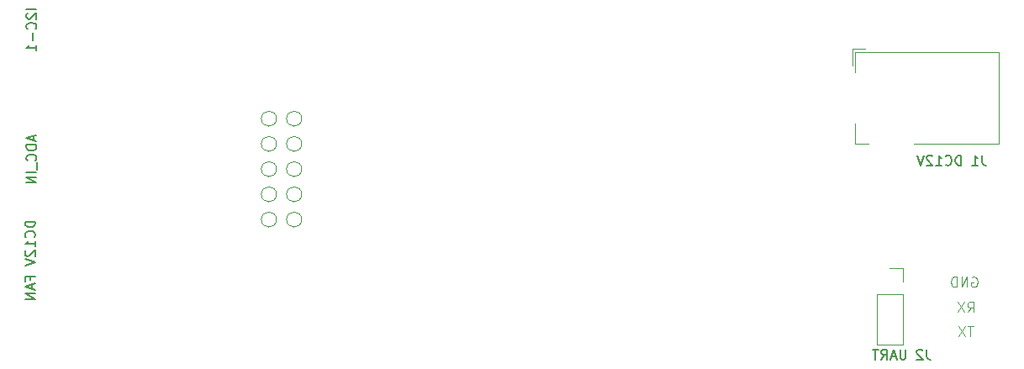
<source format=gbr>
%TF.GenerationSoftware,KiCad,Pcbnew,8.0.9-8.0.9-0~ubuntu22.04.1*%
%TF.CreationDate,2025-03-09T15:02:26+09:00*%
%TF.ProjectId,M302N,4d333032-4e2e-46b6-9963-61645f706362,rev?*%
%TF.SameCoordinates,Original*%
%TF.FileFunction,Legend,Bot*%
%TF.FilePolarity,Positive*%
%FSLAX46Y46*%
G04 Gerber Fmt 4.6, Leading zero omitted, Abs format (unit mm)*
G04 Created by KiCad (PCBNEW 8.0.9-8.0.9-0~ubuntu22.04.1) date 2025-03-09 15:02:26*
%MOMM*%
%LPD*%
G01*
G04 APERTURE LIST*
%ADD10C,0.120000*%
%ADD11C,0.150000*%
G04 APERTURE END LIST*
D10*
X166878529Y-98931379D02*
X167211862Y-98455188D01*
X167449957Y-98931379D02*
X167449957Y-97931379D01*
X167449957Y-97931379D02*
X167069005Y-97931379D01*
X167069005Y-97931379D02*
X166973767Y-97978998D01*
X166973767Y-97978998D02*
X166926148Y-98026617D01*
X166926148Y-98026617D02*
X166878529Y-98121855D01*
X166878529Y-98121855D02*
X166878529Y-98264712D01*
X166878529Y-98264712D02*
X166926148Y-98359950D01*
X166926148Y-98359950D02*
X166973767Y-98407569D01*
X166973767Y-98407569D02*
X167069005Y-98455188D01*
X167069005Y-98455188D02*
X167449957Y-98455188D01*
X166545195Y-97931379D02*
X165878529Y-98931379D01*
X165878529Y-97931379D02*
X166545195Y-98931379D01*
X167465814Y-100344379D02*
X166894386Y-100344379D01*
X167180100Y-101344379D02*
X167180100Y-100344379D01*
X166656290Y-100344379D02*
X165989624Y-101344379D01*
X165989624Y-100344379D02*
X166656290Y-101344379D01*
X167307148Y-95438998D02*
X167402386Y-95391379D01*
X167402386Y-95391379D02*
X167545243Y-95391379D01*
X167545243Y-95391379D02*
X167688100Y-95438998D01*
X167688100Y-95438998D02*
X167783338Y-95534236D01*
X167783338Y-95534236D02*
X167830957Y-95629474D01*
X167830957Y-95629474D02*
X167878576Y-95819950D01*
X167878576Y-95819950D02*
X167878576Y-95962807D01*
X167878576Y-95962807D02*
X167830957Y-96153283D01*
X167830957Y-96153283D02*
X167783338Y-96248521D01*
X167783338Y-96248521D02*
X167688100Y-96343760D01*
X167688100Y-96343760D02*
X167545243Y-96391379D01*
X167545243Y-96391379D02*
X167450005Y-96391379D01*
X167450005Y-96391379D02*
X167307148Y-96343760D01*
X167307148Y-96343760D02*
X167259529Y-96296140D01*
X167259529Y-96296140D02*
X167259529Y-95962807D01*
X167259529Y-95962807D02*
X167450005Y-95962807D01*
X166830957Y-96391379D02*
X166830957Y-95391379D01*
X166830957Y-95391379D02*
X166259529Y-96391379D01*
X166259529Y-96391379D02*
X166259529Y-95391379D01*
X165783338Y-96391379D02*
X165783338Y-95391379D01*
X165783338Y-95391379D02*
X165545243Y-95391379D01*
X165545243Y-95391379D02*
X165402386Y-95438998D01*
X165402386Y-95438998D02*
X165307148Y-95534236D01*
X165307148Y-95534236D02*
X165259529Y-95629474D01*
X165259529Y-95629474D02*
X165211910Y-95819950D01*
X165211910Y-95819950D02*
X165211910Y-95962807D01*
X165211910Y-95962807D02*
X165259529Y-96153283D01*
X165259529Y-96153283D02*
X165307148Y-96248521D01*
X165307148Y-96248521D02*
X165402386Y-96343760D01*
X165402386Y-96343760D02*
X165545243Y-96391379D01*
X165545243Y-96391379D02*
X165783338Y-96391379D01*
D11*
X72971819Y-89821238D02*
X71971819Y-89821238D01*
X71971819Y-89821238D02*
X71971819Y-90059333D01*
X71971819Y-90059333D02*
X72019438Y-90202190D01*
X72019438Y-90202190D02*
X72114676Y-90297428D01*
X72114676Y-90297428D02*
X72209914Y-90345047D01*
X72209914Y-90345047D02*
X72400390Y-90392666D01*
X72400390Y-90392666D02*
X72543247Y-90392666D01*
X72543247Y-90392666D02*
X72733723Y-90345047D01*
X72733723Y-90345047D02*
X72828961Y-90297428D01*
X72828961Y-90297428D02*
X72924200Y-90202190D01*
X72924200Y-90202190D02*
X72971819Y-90059333D01*
X72971819Y-90059333D02*
X72971819Y-89821238D01*
X72876580Y-91392666D02*
X72924200Y-91345047D01*
X72924200Y-91345047D02*
X72971819Y-91202190D01*
X72971819Y-91202190D02*
X72971819Y-91106952D01*
X72971819Y-91106952D02*
X72924200Y-90964095D01*
X72924200Y-90964095D02*
X72828961Y-90868857D01*
X72828961Y-90868857D02*
X72733723Y-90821238D01*
X72733723Y-90821238D02*
X72543247Y-90773619D01*
X72543247Y-90773619D02*
X72400390Y-90773619D01*
X72400390Y-90773619D02*
X72209914Y-90821238D01*
X72209914Y-90821238D02*
X72114676Y-90868857D01*
X72114676Y-90868857D02*
X72019438Y-90964095D01*
X72019438Y-90964095D02*
X71971819Y-91106952D01*
X71971819Y-91106952D02*
X71971819Y-91202190D01*
X71971819Y-91202190D02*
X72019438Y-91345047D01*
X72019438Y-91345047D02*
X72067057Y-91392666D01*
X72971819Y-92345047D02*
X72971819Y-91773619D01*
X72971819Y-92059333D02*
X71971819Y-92059333D01*
X71971819Y-92059333D02*
X72114676Y-91964095D01*
X72114676Y-91964095D02*
X72209914Y-91868857D01*
X72209914Y-91868857D02*
X72257533Y-91773619D01*
X72067057Y-92726000D02*
X72019438Y-92773619D01*
X72019438Y-92773619D02*
X71971819Y-92868857D01*
X71971819Y-92868857D02*
X71971819Y-93106952D01*
X71971819Y-93106952D02*
X72019438Y-93202190D01*
X72019438Y-93202190D02*
X72067057Y-93249809D01*
X72067057Y-93249809D02*
X72162295Y-93297428D01*
X72162295Y-93297428D02*
X72257533Y-93297428D01*
X72257533Y-93297428D02*
X72400390Y-93249809D01*
X72400390Y-93249809D02*
X72971819Y-92678381D01*
X72971819Y-92678381D02*
X72971819Y-93297428D01*
X71971819Y-93583143D02*
X72971819Y-93916476D01*
X72971819Y-93916476D02*
X71971819Y-94249809D01*
X72448009Y-95678381D02*
X72448009Y-95345048D01*
X72971819Y-95345048D02*
X71971819Y-95345048D01*
X71971819Y-95345048D02*
X71971819Y-95821238D01*
X72686104Y-96154572D02*
X72686104Y-96630762D01*
X72971819Y-96059334D02*
X71971819Y-96392667D01*
X71971819Y-96392667D02*
X72971819Y-96726000D01*
X72971819Y-97059334D02*
X71971819Y-97059334D01*
X71971819Y-97059334D02*
X72971819Y-97630762D01*
X72971819Y-97630762D02*
X71971819Y-97630762D01*
X73098819Y-68413572D02*
X72098819Y-68413572D01*
X72194057Y-68842143D02*
X72146438Y-68889762D01*
X72146438Y-68889762D02*
X72098819Y-68985000D01*
X72098819Y-68985000D02*
X72098819Y-69223095D01*
X72098819Y-69223095D02*
X72146438Y-69318333D01*
X72146438Y-69318333D02*
X72194057Y-69365952D01*
X72194057Y-69365952D02*
X72289295Y-69413571D01*
X72289295Y-69413571D02*
X72384533Y-69413571D01*
X72384533Y-69413571D02*
X72527390Y-69365952D01*
X72527390Y-69365952D02*
X73098819Y-68794524D01*
X73098819Y-68794524D02*
X73098819Y-69413571D01*
X73003580Y-70413571D02*
X73051200Y-70365952D01*
X73051200Y-70365952D02*
X73098819Y-70223095D01*
X73098819Y-70223095D02*
X73098819Y-70127857D01*
X73098819Y-70127857D02*
X73051200Y-69985000D01*
X73051200Y-69985000D02*
X72955961Y-69889762D01*
X72955961Y-69889762D02*
X72860723Y-69842143D01*
X72860723Y-69842143D02*
X72670247Y-69794524D01*
X72670247Y-69794524D02*
X72527390Y-69794524D01*
X72527390Y-69794524D02*
X72336914Y-69842143D01*
X72336914Y-69842143D02*
X72241676Y-69889762D01*
X72241676Y-69889762D02*
X72146438Y-69985000D01*
X72146438Y-69985000D02*
X72098819Y-70127857D01*
X72098819Y-70127857D02*
X72098819Y-70223095D01*
X72098819Y-70223095D02*
X72146438Y-70365952D01*
X72146438Y-70365952D02*
X72194057Y-70413571D01*
X72717866Y-70842143D02*
X72717866Y-71604048D01*
X73098819Y-72604047D02*
X73098819Y-72032619D01*
X73098819Y-72318333D02*
X72098819Y-72318333D01*
X72098819Y-72318333D02*
X72241676Y-72223095D01*
X72241676Y-72223095D02*
X72336914Y-72127857D01*
X72336914Y-72127857D02*
X72384533Y-72032619D01*
X72813104Y-81185048D02*
X72813104Y-81661238D01*
X73098819Y-81089810D02*
X72098819Y-81423143D01*
X72098819Y-81423143D02*
X73098819Y-81756476D01*
X73098819Y-82089810D02*
X72098819Y-82089810D01*
X72098819Y-82089810D02*
X72098819Y-82327905D01*
X72098819Y-82327905D02*
X72146438Y-82470762D01*
X72146438Y-82470762D02*
X72241676Y-82566000D01*
X72241676Y-82566000D02*
X72336914Y-82613619D01*
X72336914Y-82613619D02*
X72527390Y-82661238D01*
X72527390Y-82661238D02*
X72670247Y-82661238D01*
X72670247Y-82661238D02*
X72860723Y-82613619D01*
X72860723Y-82613619D02*
X72955961Y-82566000D01*
X72955961Y-82566000D02*
X73051200Y-82470762D01*
X73051200Y-82470762D02*
X73098819Y-82327905D01*
X73098819Y-82327905D02*
X73098819Y-82089810D01*
X73003580Y-83661238D02*
X73051200Y-83613619D01*
X73051200Y-83613619D02*
X73098819Y-83470762D01*
X73098819Y-83470762D02*
X73098819Y-83375524D01*
X73098819Y-83375524D02*
X73051200Y-83232667D01*
X73051200Y-83232667D02*
X72955961Y-83137429D01*
X72955961Y-83137429D02*
X72860723Y-83089810D01*
X72860723Y-83089810D02*
X72670247Y-83042191D01*
X72670247Y-83042191D02*
X72527390Y-83042191D01*
X72527390Y-83042191D02*
X72336914Y-83089810D01*
X72336914Y-83089810D02*
X72241676Y-83137429D01*
X72241676Y-83137429D02*
X72146438Y-83232667D01*
X72146438Y-83232667D02*
X72098819Y-83375524D01*
X72098819Y-83375524D02*
X72098819Y-83470762D01*
X72098819Y-83470762D02*
X72146438Y-83613619D01*
X72146438Y-83613619D02*
X72194057Y-83661238D01*
X73194057Y-83851715D02*
X73194057Y-84613619D01*
X73098819Y-84851715D02*
X72098819Y-84851715D01*
X73098819Y-85327905D02*
X72098819Y-85327905D01*
X72098819Y-85327905D02*
X73098819Y-85899333D01*
X73098819Y-85899333D02*
X72098819Y-85899333D01*
X168354333Y-83147819D02*
X168354333Y-83862104D01*
X168354333Y-83862104D02*
X168401952Y-84004961D01*
X168401952Y-84004961D02*
X168497190Y-84100200D01*
X168497190Y-84100200D02*
X168640047Y-84147819D01*
X168640047Y-84147819D02*
X168735285Y-84147819D01*
X167354333Y-84147819D02*
X167925761Y-84147819D01*
X167640047Y-84147819D02*
X167640047Y-83147819D01*
X167640047Y-83147819D02*
X167735285Y-83290676D01*
X167735285Y-83290676D02*
X167830523Y-83385914D01*
X167830523Y-83385914D02*
X167925761Y-83433533D01*
X166226856Y-84147819D02*
X166226856Y-83147819D01*
X166226856Y-83147819D02*
X165988761Y-83147819D01*
X165988761Y-83147819D02*
X165845904Y-83195438D01*
X165845904Y-83195438D02*
X165750666Y-83290676D01*
X165750666Y-83290676D02*
X165703047Y-83385914D01*
X165703047Y-83385914D02*
X165655428Y-83576390D01*
X165655428Y-83576390D02*
X165655428Y-83719247D01*
X165655428Y-83719247D02*
X165703047Y-83909723D01*
X165703047Y-83909723D02*
X165750666Y-84004961D01*
X165750666Y-84004961D02*
X165845904Y-84100200D01*
X165845904Y-84100200D02*
X165988761Y-84147819D01*
X165988761Y-84147819D02*
X166226856Y-84147819D01*
X164655428Y-84052580D02*
X164703047Y-84100200D01*
X164703047Y-84100200D02*
X164845904Y-84147819D01*
X164845904Y-84147819D02*
X164941142Y-84147819D01*
X164941142Y-84147819D02*
X165083999Y-84100200D01*
X165083999Y-84100200D02*
X165179237Y-84004961D01*
X165179237Y-84004961D02*
X165226856Y-83909723D01*
X165226856Y-83909723D02*
X165274475Y-83719247D01*
X165274475Y-83719247D02*
X165274475Y-83576390D01*
X165274475Y-83576390D02*
X165226856Y-83385914D01*
X165226856Y-83385914D02*
X165179237Y-83290676D01*
X165179237Y-83290676D02*
X165083999Y-83195438D01*
X165083999Y-83195438D02*
X164941142Y-83147819D01*
X164941142Y-83147819D02*
X164845904Y-83147819D01*
X164845904Y-83147819D02*
X164703047Y-83195438D01*
X164703047Y-83195438D02*
X164655428Y-83243057D01*
X163703047Y-84147819D02*
X164274475Y-84147819D01*
X163988761Y-84147819D02*
X163988761Y-83147819D01*
X163988761Y-83147819D02*
X164083999Y-83290676D01*
X164083999Y-83290676D02*
X164179237Y-83385914D01*
X164179237Y-83385914D02*
X164274475Y-83433533D01*
X163322094Y-83243057D02*
X163274475Y-83195438D01*
X163274475Y-83195438D02*
X163179237Y-83147819D01*
X163179237Y-83147819D02*
X162941142Y-83147819D01*
X162941142Y-83147819D02*
X162845904Y-83195438D01*
X162845904Y-83195438D02*
X162798285Y-83243057D01*
X162798285Y-83243057D02*
X162750666Y-83338295D01*
X162750666Y-83338295D02*
X162750666Y-83433533D01*
X162750666Y-83433533D02*
X162798285Y-83576390D01*
X162798285Y-83576390D02*
X163369713Y-84147819D01*
X163369713Y-84147819D02*
X162750666Y-84147819D01*
X162464951Y-83147819D02*
X162131618Y-84147819D01*
X162131618Y-84147819D02*
X161798285Y-83147819D01*
X162766333Y-102705819D02*
X162766333Y-103420104D01*
X162766333Y-103420104D02*
X162813952Y-103562961D01*
X162813952Y-103562961D02*
X162909190Y-103658200D01*
X162909190Y-103658200D02*
X163052047Y-103705819D01*
X163052047Y-103705819D02*
X163147285Y-103705819D01*
X162337761Y-102801057D02*
X162290142Y-102753438D01*
X162290142Y-102753438D02*
X162194904Y-102705819D01*
X162194904Y-102705819D02*
X161956809Y-102705819D01*
X161956809Y-102705819D02*
X161861571Y-102753438D01*
X161861571Y-102753438D02*
X161813952Y-102801057D01*
X161813952Y-102801057D02*
X161766333Y-102896295D01*
X161766333Y-102896295D02*
X161766333Y-102991533D01*
X161766333Y-102991533D02*
X161813952Y-103134390D01*
X161813952Y-103134390D02*
X162385380Y-103705819D01*
X162385380Y-103705819D02*
X161766333Y-103705819D01*
X160650037Y-102699019D02*
X160650037Y-103508542D01*
X160650037Y-103508542D02*
X160602418Y-103603780D01*
X160602418Y-103603780D02*
X160554799Y-103651400D01*
X160554799Y-103651400D02*
X160459561Y-103699019D01*
X160459561Y-103699019D02*
X160269085Y-103699019D01*
X160269085Y-103699019D02*
X160173847Y-103651400D01*
X160173847Y-103651400D02*
X160126228Y-103603780D01*
X160126228Y-103603780D02*
X160078609Y-103508542D01*
X160078609Y-103508542D02*
X160078609Y-102699019D01*
X159650037Y-103413304D02*
X159173847Y-103413304D01*
X159745275Y-103699019D02*
X159411942Y-102699019D01*
X159411942Y-102699019D02*
X159078609Y-103699019D01*
X158173847Y-103699019D02*
X158507180Y-103222828D01*
X158745275Y-103699019D02*
X158745275Y-102699019D01*
X158745275Y-102699019D02*
X158364323Y-102699019D01*
X158364323Y-102699019D02*
X158269085Y-102746638D01*
X158269085Y-102746638D02*
X158221466Y-102794257D01*
X158221466Y-102794257D02*
X158173847Y-102889495D01*
X158173847Y-102889495D02*
X158173847Y-103032352D01*
X158173847Y-103032352D02*
X158221466Y-103127590D01*
X158221466Y-103127590D02*
X158269085Y-103175209D01*
X158269085Y-103175209D02*
X158364323Y-103222828D01*
X158364323Y-103222828D02*
X158745275Y-103222828D01*
X157888132Y-102699019D02*
X157316704Y-102699019D01*
X157602418Y-103699019D02*
X157602418Y-102699019D01*
D10*
%TO.C,U1*%
X97282000Y-79451200D02*
G75*
G02*
X95758000Y-79451200I-762000J0D01*
G01*
X95758000Y-79451200D02*
G75*
G02*
X97282000Y-79451200I762000J0D01*
G01*
X97282000Y-81991200D02*
G75*
G02*
X95758000Y-81991200I-762000J0D01*
G01*
X95758000Y-81991200D02*
G75*
G02*
X97282000Y-81991200I762000J0D01*
G01*
X97282000Y-84531200D02*
G75*
G02*
X95758000Y-84531200I-762000J0D01*
G01*
X95758000Y-84531200D02*
G75*
G02*
X97282000Y-84531200I762000J0D01*
G01*
X97282000Y-87071200D02*
G75*
G02*
X95758000Y-87071200I-762000J0D01*
G01*
X95758000Y-87071200D02*
G75*
G02*
X97282000Y-87071200I762000J0D01*
G01*
X97282000Y-89611200D02*
G75*
G02*
X95758000Y-89611200I-762000J0D01*
G01*
X95758000Y-89611200D02*
G75*
G02*
X97282000Y-89611200I762000J0D01*
G01*
X99822000Y-79451200D02*
G75*
G02*
X98298000Y-79451200I-762000J0D01*
G01*
X98298000Y-79451200D02*
G75*
G02*
X99822000Y-79451200I762000J0D01*
G01*
X99822000Y-81991200D02*
G75*
G02*
X98298000Y-81991200I-762000J0D01*
G01*
X98298000Y-81991200D02*
G75*
G02*
X99822000Y-81991200I762000J0D01*
G01*
X99822000Y-84531200D02*
G75*
G02*
X98298000Y-84531200I-762000J0D01*
G01*
X98298000Y-84531200D02*
G75*
G02*
X99822000Y-84531200I762000J0D01*
G01*
X99822000Y-87071200D02*
G75*
G02*
X98298000Y-87071200I-762000J0D01*
G01*
X98298000Y-87071200D02*
G75*
G02*
X99822000Y-87071200I762000J0D01*
G01*
X99822000Y-89611200D02*
G75*
G02*
X98298000Y-89611200I-762000J0D01*
G01*
X98298000Y-89611200D02*
G75*
G02*
X99822000Y-89611200I762000J0D01*
G01*
%TO.C,J1*%
X155260000Y-72443600D02*
X155260000Y-74143600D01*
X155560000Y-72743600D02*
X170060000Y-72743600D01*
X155560000Y-74743600D02*
X155560000Y-72743600D01*
X155560000Y-81943600D02*
X155560000Y-79943600D01*
X156560000Y-72443600D02*
X155260000Y-72443600D01*
X156860000Y-81943600D02*
X155560000Y-81943600D01*
X170060000Y-72743600D02*
X170060000Y-81943600D01*
X170060000Y-81943600D02*
X161460000Y-81943600D01*
%TO.C,J2*%
X157724800Y-97104200D02*
X160384800Y-97104200D01*
X157724800Y-102244200D02*
X157724800Y-97104200D01*
X157724800Y-102244200D02*
X160384800Y-102244200D01*
X159054800Y-94504200D02*
X160384800Y-94504200D01*
X160384800Y-94504200D02*
X160384800Y-95834200D01*
X160384800Y-102244200D02*
X160384800Y-97104200D01*
%TD*%
M02*

</source>
